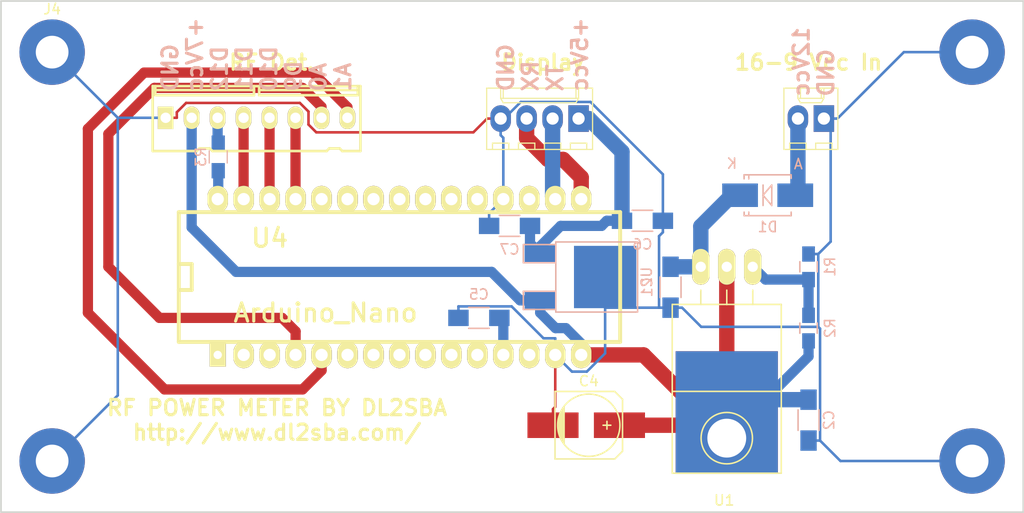
<source format=kicad_pcb>
(kicad_pcb (version 20171130) (host pcbnew "(5.1.12)-1")

  (general
    (thickness 1.6)
    (drawings 15)
    (tracks 135)
    (zones 0)
    (modules 20)
    (nets 17)
  )

  (page A4)
  (layers
    (0 F.Cu signal)
    (31 B.Cu signal)
    (32 B.Adhes user)
    (33 F.Adhes user hide)
    (34 B.Paste user)
    (35 F.Paste user)
    (36 B.SilkS user)
    (37 F.SilkS user)
    (38 B.Mask user)
    (39 F.Mask user)
    (40 Dwgs.User user)
    (41 Cmts.User user)
    (42 Eco1.User user)
    (43 Eco2.User user)
    (44 Edge.Cuts user)
    (45 Margin user)
    (46 B.CrtYd user)
    (47 F.CrtYd user)
    (48 B.Fab user)
    (49 F.Fab user)
  )

  (setup
    (last_trace_width 0.25)
    (user_trace_width 0.5)
    (user_trace_width 1)
    (user_trace_width 1.5)
    (user_trace_width 2)
    (trace_clearance 0.2)
    (zone_clearance 0.508)
    (zone_45_only no)
    (trace_min 0.2)
    (via_size 0.6)
    (via_drill 0.4)
    (via_min_size 0.4)
    (via_min_drill 0.3)
    (uvia_size 0.3)
    (uvia_drill 0.1)
    (uvias_allowed no)
    (uvia_min_size 0.2)
    (uvia_min_drill 0.1)
    (edge_width 0.15)
    (segment_width 0.2)
    (pcb_text_width 0.3)
    (pcb_text_size 1.5 1.5)
    (mod_edge_width 0.15)
    (mod_text_size 1 1)
    (mod_text_width 0.15)
    (pad_size 2 2.6)
    (pad_drill 1.2)
    (pad_to_mask_clearance 0.2)
    (aux_axis_origin 0 0)
    (visible_elements 7FFFFFFF)
    (pcbplotparams
      (layerselection 0x010ff_80000001)
      (usegerberextensions true)
      (usegerberattributes true)
      (usegerberadvancedattributes true)
      (creategerberjobfile true)
      (excludeedgelayer true)
      (linewidth 0.100000)
      (plotframeref false)
      (viasonmask false)
      (mode 1)
      (useauxorigin false)
      (hpglpennumber 1)
      (hpglpenspeed 20)
      (hpglpendiameter 15.000000)
      (psnegative false)
      (psa4output false)
      (plotreference true)
      (plotvalue false)
      (plotinvisibletext false)
      (padsonsilk false)
      (subtractmaskfromsilk false)
      (outputformat 1)
      (mirror false)
      (drillshape 0)
      (scaleselection 1)
      (outputdirectory "Gerber/"))
  )

  (net 0 "")
  (net 1 "Net-(C1-Pad1)")
  (net 2 GND)
  (net 3 "Net-(C5-Pad1)")
  (net 4 "Net-(R1-Pad1)")
  (net 5 +8V)
  (net 6 +5C)
  (net 7 +12V)
  (net 8 "Net-(P5-Pad2)")
  (net 9 "Net-(P5-Pad3)")
  (net 10 "Net-(J5-Pad7)")
  (net 11 "Net-(J5-Pad5)")
  (net 12 "Net-(J5-Pad4)")
  (net 13 "Net-(J5-Pad3)")
  (net 14 "Net-(J5-Pad8)")
  (net 15 "Net-(J5-Pad6)")
  (net 16 "Net-(R3-Pad2)")

  (net_class Default "Ceci est la Netclass par défaut"
    (clearance 0.2)
    (trace_width 0.25)
    (via_dia 0.6)
    (via_drill 0.4)
    (uvia_dia 0.3)
    (uvia_drill 0.1)
    (add_net +12V)
    (add_net +5C)
    (add_net +8V)
    (add_net GND)
    (add_net "Net-(C1-Pad1)")
    (add_net "Net-(C5-Pad1)")
    (add_net "Net-(J5-Pad3)")
    (add_net "Net-(J5-Pad4)")
    (add_net "Net-(J5-Pad5)")
    (add_net "Net-(J5-Pad6)")
    (add_net "Net-(J5-Pad7)")
    (add_net "Net-(J5-Pad8)")
    (add_net "Net-(P5-Pad2)")
    (add_net "Net-(P5-Pad3)")
    (add_net "Net-(R1-Pad1)")
    (add_net "Net-(R3-Pad2)")
  )

  (module TO_SOT_Packages_THT:TO-220_Neutral123_Horizontal_LargePads (layer F.Cu) (tedit 5909A801) (tstamp 571917CA)
    (at 162 95 180)
    (descr "TO-220, Neutral, Horizontal, Large Pads,")
    (tags "TO-220, Neutral, Horizontal, Large Pads,")
    (path /57139B68)
    (fp_text reference U1 (at 0.24892 -22.84984 180) (layer F.SilkS)
      (effects (font (size 1 1) (thickness 0.15)))
    )
    (fp_text value LM317T (at -0.20066 4.24942 180) (layer F.Fab)
      (effects (font (size 1 1) (thickness 0.15)))
    )
    (fp_circle (center 0 -16.764) (end 1.778 -14.986) (layer F.SilkS) (width 0.15))
    (fp_line (start 0 -3.683) (end 5.334 -3.683) (layer F.SilkS) (width 0.15))
    (fp_line (start 0 -3.683) (end -5.334 -3.683) (layer F.SilkS) (width 0.15))
    (fp_line (start -5.334 -12.192) (end -5.334 -3.683) (layer F.SilkS) (width 0.15))
    (fp_line (start 5.334 -12.192) (end -5.334 -12.192) (layer F.SilkS) (width 0.15))
    (fp_line (start 5.334 -3.683) (end 5.334 -12.192) (layer F.SilkS) (width 0.15))
    (fp_line (start -5.334 -20.193) (end -5.334 -12.192) (layer F.SilkS) (width 0.15))
    (fp_line (start 5.334 -20.193) (end -5.334 -20.193) (layer F.SilkS) (width 0.15))
    (fp_line (start 5.334 -12.192) (end 5.334 -20.193) (layer F.SilkS) (width 0.15))
    (fp_line (start 2.54 -3.683) (end 2.54 -2.286) (layer F.SilkS) (width 0.15))
    (fp_line (start 0 -3.683) (end 0 -2.286) (layer F.SilkS) (width 0.15))
    (fp_line (start -2.54 -3.683) (end -2.54 -2.286) (layer F.SilkS) (width 0.15))
    (pad 2 thru_hole oval (at 0 0 270) (size 3.50012 1.69926) (drill 1.00076) (layers *.Cu *.Mask F.SilkS)
      (net 5 +8V))
    (pad 1 thru_hole oval (at -2.54 0 270) (size 3.50012 1.69926) (drill 1.00076) (layers *.Cu *.Mask F.SilkS)
      (net 4 "Net-(R1-Pad1)"))
    (pad 3 thru_hole oval (at 2.54 0 270) (size 3.50012 1.69926) (drill 1.00076) (layers *.Cu *.Mask F.SilkS)
      (net 1 "Net-(C1-Pad1)"))
    (pad 2 thru_hole rect (at 0 -16.764 270) (size 12 10) (drill 3.79984 (offset -2.5 0)) (layers *.Cu *.Paste *.Mask)
      (net 5 +8V))
    (model TO_SOT_Packages_THT.3dshapes/TO-220_Neutral123_Horizontal_LargePads.wrl
      (at (xyz 0 0 0))
      (scale (xyz 0.3937 0.3937 0.3937))
      (rotate (xyz 0 0 0))
    )
  )

  (module Capacitors_SMD:C_1206_HandSoldering (layer B.Cu) (tedit 541A9C03) (tstamp 5719134A)
    (at 156.5 97 270)
    (descr "Capacitor SMD 1206, hand soldering")
    (tags "capacitor 1206")
    (path /5713E012)
    (attr smd)
    (fp_text reference C1 (at 0 2.3 270) (layer B.SilkS)
      (effects (font (size 1 1) (thickness 0.15)) (justify mirror))
    )
    (fp_text value 100n (at 0 -2.3 270) (layer B.Fab)
      (effects (font (size 1 1) (thickness 0.15)) (justify mirror))
    )
    (fp_line (start -1 -1.025) (end 1 -1.025) (layer B.SilkS) (width 0.15))
    (fp_line (start 1 1.025) (end -1 1.025) (layer B.SilkS) (width 0.15))
    (fp_line (start 3.3 1.15) (end 3.3 -1.15) (layer B.CrtYd) (width 0.05))
    (fp_line (start -3.3 1.15) (end -3.3 -1.15) (layer B.CrtYd) (width 0.05))
    (fp_line (start -3.3 -1.15) (end 3.3 -1.15) (layer B.CrtYd) (width 0.05))
    (fp_line (start -3.3 1.15) (end 3.3 1.15) (layer B.CrtYd) (width 0.05))
    (pad 1 smd rect (at -2 0 270) (size 2 1.6) (layers B.Cu B.Paste B.Mask)
      (net 1 "Net-(C1-Pad1)"))
    (pad 2 smd rect (at 2 0 270) (size 2 1.6) (layers B.Cu B.Paste B.Mask)
      (net 2 GND))
    (model Capacitors_SMD.3dshapes/C_1206_HandSoldering.wrl
      (at (xyz 0 0 0))
      (scale (xyz 1 1 1))
      (rotate (xyz 0 0 0))
    )
  )

  (module Capacitors_SMD:C_1206_HandSoldering (layer B.Cu) (tedit 596B0AAF) (tstamp 57191350)
    (at 170 110 270)
    (descr "Capacitor SMD 1206, hand soldering")
    (tags "capacitor 1206")
    (path /5713E09B)
    (attr smd)
    (fp_text reference C2 (at 0 -2 270) (layer B.SilkS)
      (effects (font (size 1 1) (thickness 0.15)) (justify mirror))
    )
    (fp_text value 100n (at 0 -2.3 270) (layer B.Fab)
      (effects (font (size 1 1) (thickness 0.15)) (justify mirror))
    )
    (fp_line (start -1 -1.025) (end 1 -1.025) (layer B.SilkS) (width 0.15))
    (fp_line (start 1 1.025) (end -1 1.025) (layer B.SilkS) (width 0.15))
    (fp_line (start 3.3 1.15) (end 3.3 -1.15) (layer B.CrtYd) (width 0.05))
    (fp_line (start -3.3 1.15) (end -3.3 -1.15) (layer B.CrtYd) (width 0.05))
    (fp_line (start -3.3 -1.15) (end 3.3 -1.15) (layer B.CrtYd) (width 0.05))
    (fp_line (start -3.3 1.15) (end 3.3 1.15) (layer B.CrtYd) (width 0.05))
    (pad 1 smd rect (at -2 0 270) (size 2 1.6) (layers B.Cu B.Paste B.Mask)
      (net 5 +8V))
    (pad 2 smd rect (at 2 0 270) (size 2 1.6) (layers B.Cu B.Paste B.Mask)
      (net 2 GND))
    (model Capacitors_SMD.3dshapes/C_1206_HandSoldering.wrl
      (at (xyz 0 0 0))
      (scale (xyz 1 1 1))
      (rotate (xyz 0 0 0))
    )
  )

  (module Capacitors_SMD:C_1206_HandSoldering (layer B.Cu) (tedit 541A9C03) (tstamp 57191362)
    (at 137.75 100 180)
    (descr "Capacitor SMD 1206, hand soldering")
    (tags "capacitor 1206")
    (path /5713E11D)
    (attr smd)
    (fp_text reference C5 (at 0 2.3 180) (layer B.SilkS)
      (effects (font (size 1 1) (thickness 0.15)) (justify mirror))
    )
    (fp_text value 100n (at 0 -2.3 180) (layer B.Fab)
      (effects (font (size 1 1) (thickness 0.15)) (justify mirror))
    )
    (fp_line (start -1 -1.025) (end 1 -1.025) (layer B.SilkS) (width 0.15))
    (fp_line (start 1 1.025) (end -1 1.025) (layer B.SilkS) (width 0.15))
    (fp_line (start 3.3 1.15) (end 3.3 -1.15) (layer B.CrtYd) (width 0.05))
    (fp_line (start -3.3 1.15) (end -3.3 -1.15) (layer B.CrtYd) (width 0.05))
    (fp_line (start -3.3 -1.15) (end 3.3 -1.15) (layer B.CrtYd) (width 0.05))
    (fp_line (start -3.3 1.15) (end 3.3 1.15) (layer B.CrtYd) (width 0.05))
    (pad 1 smd rect (at -2 0 180) (size 2 1.6) (layers B.Cu B.Paste B.Mask)
      (net 3 "Net-(C5-Pad1)"))
    (pad 2 smd rect (at 2 0 180) (size 2 1.6) (layers B.Cu B.Paste B.Mask)
      (net 2 GND))
    (model Capacitors_SMD.3dshapes/C_1206_HandSoldering.wrl
      (at (xyz 0 0 0))
      (scale (xyz 1 1 1))
      (rotate (xyz 0 0 0))
    )
  )

  (module Capacitors_SMD:C_1206_HandSoldering (layer B.Cu) (tedit 541A9C03) (tstamp 57191368)
    (at 153.75 90.5)
    (descr "Capacitor SMD 1206, hand soldering")
    (tags "capacitor 1206")
    (path /5713E0DE)
    (attr smd)
    (fp_text reference C6 (at 0 2.3) (layer B.SilkS)
      (effects (font (size 1 1) (thickness 0.15)) (justify mirror))
    )
    (fp_text value 100n (at 0 -2.3) (layer B.Fab)
      (effects (font (size 1 1) (thickness 0.15)) (justify mirror))
    )
    (fp_line (start -1 -1.025) (end 1 -1.025) (layer B.SilkS) (width 0.15))
    (fp_line (start 1 1.025) (end -1 1.025) (layer B.SilkS) (width 0.15))
    (fp_line (start 3.3 1.15) (end 3.3 -1.15) (layer B.CrtYd) (width 0.05))
    (fp_line (start -3.3 1.15) (end -3.3 -1.15) (layer B.CrtYd) (width 0.05))
    (fp_line (start -3.3 -1.15) (end 3.3 -1.15) (layer B.CrtYd) (width 0.05))
    (fp_line (start -3.3 1.15) (end 3.3 1.15) (layer B.CrtYd) (width 0.05))
    (pad 1 smd rect (at -2 0) (size 2 1.6) (layers B.Cu B.Paste B.Mask)
      (net 6 +5C))
    (pad 2 smd rect (at 2 0) (size 2 1.6) (layers B.Cu B.Paste B.Mask)
      (net 2 GND))
    (model Capacitors_SMD.3dshapes/C_1206_HandSoldering.wrl
      (at (xyz 0 0 0))
      (scale (xyz 1 1 1))
      (rotate (xyz 0 0 0))
    )
  )

  (module Capacitors_SMD:C_1206_HandSoldering (layer B.Cu) (tedit 541A9C03) (tstamp 5719136E)
    (at 140.75 91)
    (descr "Capacitor SMD 1206, hand soldering")
    (tags "capacitor 1206")
    (path /5713E3C1)
    (attr smd)
    (fp_text reference C7 (at 0 2.3) (layer B.SilkS)
      (effects (font (size 1 1) (thickness 0.15)) (justify mirror))
    )
    (fp_text value 100n (at 0 -2.3) (layer B.Fab)
      (effects (font (size 1 1) (thickness 0.15)) (justify mirror))
    )
    (fp_line (start -1 -1.025) (end 1 -1.025) (layer B.SilkS) (width 0.15))
    (fp_line (start 1 1.025) (end -1 1.025) (layer B.SilkS) (width 0.15))
    (fp_line (start 3.3 1.15) (end 3.3 -1.15) (layer B.CrtYd) (width 0.05))
    (fp_line (start -3.3 1.15) (end -3.3 -1.15) (layer B.CrtYd) (width 0.05))
    (fp_line (start -3.3 -1.15) (end 3.3 -1.15) (layer B.CrtYd) (width 0.05))
    (fp_line (start -3.3 1.15) (end 3.3 1.15) (layer B.CrtYd) (width 0.05))
    (pad 1 smd rect (at -2 0) (size 2 1.6) (layers B.Cu B.Paste B.Mask)
      (net 2 GND))
    (pad 2 smd rect (at 2 0) (size 2 1.6) (layers B.Cu B.Paste B.Mask)
      (net 6 +5C))
    (model Capacitors_SMD.3dshapes/C_1206_HandSoldering.wrl
      (at (xyz 0 0 0))
      (scale (xyz 1 1 1))
      (rotate (xyz 0 0 0))
    )
  )

  (module Capacitors_SMD:C_0805_HandSoldering (layer B.Cu) (tedit 541A9B8D) (tstamp 571913D4)
    (at 170 95 90)
    (descr "Capacitor SMD 0805, hand soldering")
    (tags "capacitor 0805")
    (path /5713C524)
    (attr smd)
    (fp_text reference R1 (at 0 2.1 90) (layer B.SilkS)
      (effects (font (size 1 1) (thickness 0.15)) (justify mirror))
    )
    (fp_text value 110 (at 0 -2.1 90) (layer B.Fab)
      (effects (font (size 1 1) (thickness 0.15)) (justify mirror))
    )
    (fp_line (start -0.5 -0.85) (end 0.5 -0.85) (layer B.SilkS) (width 0.15))
    (fp_line (start 0.5 0.85) (end -0.5 0.85) (layer B.SilkS) (width 0.15))
    (fp_line (start 2.3 1) (end 2.3 -1) (layer B.CrtYd) (width 0.05))
    (fp_line (start -2.3 1) (end -2.3 -1) (layer B.CrtYd) (width 0.05))
    (fp_line (start -2.3 -1) (end 2.3 -1) (layer B.CrtYd) (width 0.05))
    (fp_line (start -2.3 1) (end 2.3 1) (layer B.CrtYd) (width 0.05))
    (pad 1 smd rect (at -1.25 0 90) (size 1.5 1.25) (layers B.Cu B.Paste B.Mask)
      (net 4 "Net-(R1-Pad1)"))
    (pad 2 smd rect (at 1.25 0 90) (size 1.5 1.25) (layers B.Cu B.Paste B.Mask)
      (net 2 GND))
    (model Capacitors_SMD.3dshapes/C_0805_HandSoldering.wrl
      (at (xyz 0 0 0))
      (scale (xyz 1 1 1))
      (rotate (xyz 0 0 0))
    )
  )

  (module Capacitors_SMD:C_0805_HandSoldering (layer B.Cu) (tedit 541A9B8D) (tstamp 571913DA)
    (at 170 101 90)
    (descr "Capacitor SMD 0805, hand soldering")
    (tags "capacitor 0805")
    (path /5713C585)
    (attr smd)
    (fp_text reference R2 (at 0 2.1 90) (layer B.SilkS)
      (effects (font (size 1 1) (thickness 0.15)) (justify mirror))
    )
    (fp_text value 240 (at 0 -2.1 90) (layer B.Fab)
      (effects (font (size 1 1) (thickness 0.15)) (justify mirror))
    )
    (fp_line (start -0.5 -0.85) (end 0.5 -0.85) (layer B.SilkS) (width 0.15))
    (fp_line (start 0.5 0.85) (end -0.5 0.85) (layer B.SilkS) (width 0.15))
    (fp_line (start 2.3 1) (end 2.3 -1) (layer B.CrtYd) (width 0.05))
    (fp_line (start -2.3 1) (end -2.3 -1) (layer B.CrtYd) (width 0.05))
    (fp_line (start -2.3 -1) (end 2.3 -1) (layer B.CrtYd) (width 0.05))
    (fp_line (start -2.3 1) (end 2.3 1) (layer B.CrtYd) (width 0.05))
    (pad 1 smd rect (at -1.25 0 90) (size 1.5 1.25) (layers B.Cu B.Paste B.Mask)
      (net 5 +8V))
    (pad 2 smd rect (at 1.25 0 90) (size 1.5 1.25) (layers B.Cu B.Paste B.Mask)
      (net 4 "Net-(R1-Pad1)"))
    (model Capacitors_SMD.3dshapes/C_0805_HandSoldering.wrl
      (at (xyz 0 0 0))
      (scale (xyz 1 1 1))
      (rotate (xyz 0 0 0))
    )
  )

  (module TO_SOT_Packages_SMD:TO-252-2Lead (layer B.Cu) (tedit 0) (tstamp 571913F6)
    (at 143.75 96 90)
    (descr "DPAK / TO-252 2-lead smd package")
    (tags "dpak TO-252")
    (path /57139BB1)
    (attr smd)
    (fp_text reference U2 (at 0 10.414 90) (layer B.SilkS)
      (effects (font (size 1 1) (thickness 0.15)) (justify mirror))
    )
    (fp_text value MC78M05CDT (at 0 2.413 90) (layer B.Fab)
      (effects (font (size 1 1) (thickness 0.15)) (justify mirror))
    )
    (fp_line (start 3.429 9.398) (end 3.429 7.62) (layer B.SilkS) (width 0.15))
    (fp_line (start -3.429 9.525) (end 3.429 9.525) (layer B.SilkS) (width 0.15))
    (fp_line (start -3.429 1.524) (end -3.429 9.398) (layer B.SilkS) (width 0.15))
    (fp_line (start 3.429 1.524) (end -3.429 1.524) (layer B.SilkS) (width 0.15))
    (fp_line (start 3.429 7.62) (end 3.429 1.524) (layer B.SilkS) (width 0.15))
    (fp_line (start -1.397 -1.651) (end -1.397 1.524) (layer B.SilkS) (width 0.15))
    (fp_line (start -3.175 -1.651) (end -1.397 -1.651) (layer B.SilkS) (width 0.15))
    (fp_line (start -3.175 1.524) (end -3.175 -1.651) (layer B.SilkS) (width 0.15))
    (fp_line (start 3.175 -1.651) (end 3.175 1.524) (layer B.SilkS) (width 0.15))
    (fp_line (start 1.397 -1.651) (end 3.175 -1.651) (layer B.SilkS) (width 0.15))
    (fp_line (start 1.397 1.524) (end 1.397 -1.651) (layer B.SilkS) (width 0.15))
    (pad 1 smd rect (at -2.286 0 90) (size 1.651 3.048) (layers B.Cu B.Paste B.Mask)
      (net 5 +8V))
    (pad 2 smd rect (at 0 6.35 90) (size 6.096 6.096) (layers B.Cu B.Paste B.Mask)
      (net 2 GND))
    (pad 3 smd rect (at 2.286 0 90) (size 1.651 3.048) (layers B.Cu B.Paste B.Mask)
      (net 6 +5C))
    (model TO_SOT_Packages_SMD.3dshapes/TO-252-2Lead.wrl
      (at (xyz 0 0 0))
      (scale (xyz 1 1 1))
      (rotate (xyz 0 0 0))
    )
  )

  (module arduino:arduino_nano (layer F.Cu) (tedit 5909AAAE) (tstamp 5719141F)
    (at 131.25 96)
    (descr "30 pins DIL package, elliptical pads, width 600mil (arduino nano)")
    (tags "DIL arduino mini")
    (path /57138B7B)
    (fp_text reference U4 (at -13.97 -3.81) (layer F.SilkS)
      (effects (font (size 1.778 1.778) (thickness 0.3048)))
    )
    (fp_text value Arduino_Nano (at -8.5 3.5) (layer F.SilkS)
      (effects (font (size 1.778 1.778) (thickness 0.3048)))
    )
    (fp_line (start -21.59 -1.27) (end -22.86 -1.27) (layer F.SilkS) (width 0.381))
    (fp_line (start -21.59 1.27) (end -21.59 -1.27) (layer F.SilkS) (width 0.381))
    (fp_line (start -22.86 1.27) (end -21.59 1.27) (layer F.SilkS) (width 0.381))
    (fp_line (start -22.86 6.35) (end -22.86 -6.35) (layer F.SilkS) (width 0.381))
    (fp_line (start 20.32 6.35) (end -22.86 6.35) (layer F.SilkS) (width 0.381))
    (fp_line (start 20.32 -6.35) (end 20.32 6.35) (layer F.SilkS) (width 0.381))
    (fp_line (start -22.86 -6.35) (end 20.32 -6.35) (layer F.SilkS) (width 0.381))
    (pad 1 thru_hole rect (at -19.05 7.62) (size 1.5748 2.286) (drill 0.8128) (layers *.Cu *.Mask F.SilkS))
    (pad 2 thru_hole oval (at -16.51 7.62) (size 2 2.6) (drill 1.2) (layers *.Cu *.Mask F.SilkS))
    (pad 3 thru_hole oval (at -13.97 7.62) (size 2 2.6) (drill 1.2) (layers *.Cu *.Mask F.SilkS))
    (pad 4 thru_hole oval (at -11.43 7.62) (size 2 2.6) (drill 1.2) (layers *.Cu *.Mask F.SilkS)
      (net 10 "Net-(J5-Pad7)"))
    (pad 5 thru_hole oval (at -8.89 7.62) (size 2 2.6) (drill 1.2) (layers *.Cu *.Mask F.SilkS)
      (net 14 "Net-(J5-Pad8)"))
    (pad 6 thru_hole oval (at -6.35 7.62) (size 2 2.6) (drill 1.2) (layers *.Cu *.Mask F.SilkS))
    (pad 7 thru_hole oval (at -3.81 7.62) (size 2 2.6) (drill 1.2) (layers *.Cu *.Mask F.SilkS))
    (pad 8 thru_hole oval (at -1.27 7.62) (size 2 2.6) (drill 1.2) (layers *.Cu *.Mask F.SilkS))
    (pad 9 thru_hole oval (at 1.27 7.62) (size 2 2.6) (drill 1.2) (layers *.Cu *.Mask F.SilkS))
    (pad 10 thru_hole oval (at 3.81 7.62) (size 2 2.6) (drill 1.2) (layers *.Cu *.Mask F.SilkS))
    (pad 11 thru_hole oval (at 6.35 7.62) (size 2 2.6) (drill 1.2) (layers *.Cu *.Mask F.SilkS))
    (pad 12 thru_hole oval (at 8.89 7.62) (size 2 2.6) (drill 1.2) (layers *.Cu *.Mask F.SilkS)
      (net 3 "Net-(C5-Pad1)"))
    (pad 13 thru_hole oval (at 11.43 7.62) (size 2 2.6) (drill 1.2) (layers *.Cu *.Mask F.SilkS))
    (pad 14 thru_hole oval (at 13.97 7.62) (size 2 2.6) (drill 1.2) (layers *.Cu *.Mask F.SilkS)
      (net 2 GND))
    (pad 15 thru_hole oval (at 16.51 7.62) (size 2 2.6) (drill 1.2) (layers *.Cu *.Mask F.SilkS)
      (net 5 +8V))
    (pad 16 thru_hole oval (at 16.51 -7.62) (size 2 2.6) (drill 1.2) (layers *.Cu *.Mask F.SilkS)
      (net 9 "Net-(P5-Pad3)"))
    (pad 17 thru_hole oval (at 13.97 -7.62) (size 2 2.6) (drill 1.2) (layers *.Cu *.Mask F.SilkS)
      (net 8 "Net-(P5-Pad2)"))
    (pad 18 thru_hole oval (at 11.43 -7.62) (size 2 2.6) (drill 1.2) (layers *.Cu *.Mask F.SilkS))
    (pad 19 thru_hole oval (at 8.89 -7.62) (size 2 2.6) (drill 1.2) (layers *.Cu *.Mask F.SilkS)
      (net 2 GND))
    (pad 20 thru_hole oval (at 6.35 -7.62) (size 2 2.6) (drill 1.2) (layers *.Cu *.Mask F.SilkS))
    (pad 21 thru_hole oval (at 3.81 -7.62) (size 2 2.6) (drill 1.2) (layers *.Cu *.Mask F.SilkS))
    (pad 22 thru_hole oval (at 1.27 -7.62) (size 2 2.6) (drill 1.2) (layers *.Cu *.Mask F.SilkS))
    (pad 23 thru_hole oval (at -1.27 -7.62) (size 2 2.6) (drill 1.2) (layers *.Cu *.Mask F.SilkS))
    (pad 24 thru_hole oval (at -3.81 -7.62) (size 2 2.6) (drill 1.2) (layers *.Cu *.Mask F.SilkS))
    (pad 25 thru_hole oval (at -6.35 -7.62) (size 2 2.6) (drill 1.2) (layers *.Cu *.Mask F.SilkS))
    (pad 26 thru_hole oval (at -8.89 -7.62) (size 2 2.6) (drill 1.2) (layers *.Cu *.Mask F.SilkS))
    (pad 27 thru_hole oval (at -11.43 -7.62) (size 2 2.6) (drill 1.2) (layers *.Cu *.Mask F.SilkS)
      (net 15 "Net-(J5-Pad6)"))
    (pad 28 thru_hole oval (at -13.97 -7.62) (size 2 2.6) (drill 1.2) (layers *.Cu *.Mask F.SilkS)
      (net 11 "Net-(J5-Pad5)"))
    (pad 29 thru_hole oval (at -16.51 -7.62) (size 2 2.6) (drill 1.2) (layers *.Cu *.Mask F.SilkS)
      (net 12 "Net-(J5-Pad4)"))
    (pad 30 thru_hole oval (at -19.05 -7.62) (size 2 2.6) (drill 1.2) (layers *.Cu *.Mask F.SilkS)
      (net 16 "Net-(R3-Pad2)"))
    (model ../../../../../../Users/Marco/Documents/Kicad/Projets/dl2sba/arduino/arduino_nano.wrl
      (offset (xyz -25.39999961853027 -10.15999984741211 -5.079999923706055))
      (scale (xyz 0.4 0.4 0.4))
      (rotate (xyz 0 0 0))
    )
  )

  (module Diodes_SMD:SMB_Handsoldering (layer B.Cu) (tedit 552FF2F0) (tstamp 571BD17E)
    (at 166 88)
    (descr "Diode SMB Handsoldering")
    (tags "Diode SMB Handsoldering")
    (path /5713C927)
    (attr smd)
    (fp_text reference D1 (at 0 3.1) (layer B.SilkS)
      (effects (font (size 1 1) (thickness 0.15)) (justify mirror))
    )
    (fp_text value D_Schottky (at 0.1 -4.75) (layer B.Fab)
      (effects (font (size 1 1) (thickness 0.15)) (justify mirror))
    )
    (fp_line (start 2.30124 1.99898) (end 2.30124 1.80086) (layer B.SilkS) (width 0.15))
    (fp_line (start -2.30124 1.99898) (end 2.30124 1.99898) (layer B.SilkS) (width 0.15))
    (fp_line (start -2.30124 1.99898) (end -2.30124 1.80086) (layer B.SilkS) (width 0.15))
    (fp_line (start -2.30632 -1.99644) (end -2.30632 -1.79832) (layer B.SilkS) (width 0.15))
    (fp_line (start -2.30632 -1.99644) (end 2.29616 -1.99644) (layer B.SilkS) (width 0.15))
    (fp_line (start 2.29616 -1.99644) (end 2.29616 -1.79832) (layer B.SilkS) (width 0.15))
    (fp_line (start -1.84928 1.99898) (end -1.84928 1.80086) (layer B.SilkS) (width 0.15))
    (fp_line (start -1.84928 -1.94898) (end -1.84928 -1.75086) (layer B.SilkS) (width 0.15))
    (fp_line (start 2.30124 1.8) (end 2.30124 1.651) (layer B.SilkS) (width 0.15))
    (fp_line (start -1.84928 1.8) (end -1.84928 1.651) (layer B.SilkS) (width 0.15))
    (fp_line (start -2.30124 1.8) (end -2.30124 1.651) (layer B.SilkS) (width 0.15))
    (fp_line (start 2.30124 -1.8) (end 2.30124 -1.651) (layer B.SilkS) (width 0.15))
    (fp_line (start -1.84928 -1.8) (end -1.84928 -1.601) (layer B.SilkS) (width 0.15))
    (fp_line (start -2.30632 -1.8) (end -2.30632 -1.6002) (layer B.SilkS) (width 0.15))
    (fp_line (start -0.44958 0) (end -0.44958 1.00076) (layer B.SilkS) (width 0.15))
    (fp_line (start -0.44958 0) (end -0.44958 -1.00076) (layer B.SilkS) (width 0.15))
    (fp_line (start 0.39878 -1.00076) (end -0.44958 0) (layer B.SilkS) (width 0.15))
    (fp_line (start 0.39878 1.00076) (end 0.39878 -1.00076) (layer B.SilkS) (width 0.15))
    (fp_line (start -0.44958 0) (end 0.39878 1.00076) (layer B.SilkS) (width 0.15))
    (fp_line (start -4.7 -2.25) (end -4.7 2.25) (layer B.CrtYd) (width 0.05))
    (fp_line (start 4.7 -2.25) (end -4.7 -2.25) (layer B.CrtYd) (width 0.05))
    (fp_line (start 4.7 2.25) (end 4.7 -2.25) (layer B.CrtYd) (width 0.05))
    (fp_line (start -4.7 2.25) (end 4.7 2.25) (layer B.CrtYd) (width 0.05))
    (fp_text user K (at -3.5 -3.1) (layer B.SilkS)
      (effects (font (size 1 1) (thickness 0.15)) (justify mirror))
    )
    (fp_text user A (at 3 -3.05) (layer B.SilkS)
      (effects (font (size 1 1) (thickness 0.15)) (justify mirror))
    )
    (pad 1 smd rect (at -2.70002 0) (size 3.50012 2.30124) (layers B.Cu B.Paste B.Mask)
      (net 1 "Net-(C1-Pad1)"))
    (pad 2 smd rect (at 2.70002 0) (size 3.50012 2.30124) (layers B.Cu B.Paste B.Mask)
      (net 7 +12V))
    (model Diodes_SMD.3dshapes/SMB_Handsoldering.wrl
      (at (xyz 0 0 0))
      (scale (xyz 0.3937 0.3937 0.3937))
      (rotate (xyz 0 0 180))
    )
  )

  (module Capacitors_SMD:c_elec_6.3x7.7 (layer F.Cu) (tedit 5908B3E5) (tstamp 571BD1E1)
    (at 148.5 110.5)
    (descr "SMT capacitor, aluminium electrolytic, 6.3x7.7")
    (path /5713E47F)
    (attr smd)
    (fp_text reference C4 (at 0 -4.318) (layer F.SilkS)
      (effects (font (size 1 1) (thickness 0.15)))
    )
    (fp_text value 1500uF (at 0 4.318) (layer F.Fab)
      (effects (font (size 1 1) (thickness 0.15)))
    )
    (fp_circle (center 0 0) (end -3.048 0) (layer F.SilkS) (width 0.15))
    (fp_line (start 1.778 -0.381) (end 1.778 0.381) (layer F.SilkS) (width 0.15))
    (fp_line (start 2.159 0) (end 1.397 0) (layer F.SilkS) (width 0.15))
    (fp_line (start 2.54 -3.302) (end -3.302 -3.302) (layer F.SilkS) (width 0.15))
    (fp_line (start 3.302 -2.54) (end 2.54 -3.302) (layer F.SilkS) (width 0.15))
    (fp_line (start 3.302 2.54) (end 3.302 -2.54) (layer F.SilkS) (width 0.15))
    (fp_line (start 2.54 3.302) (end 3.302 2.54) (layer F.SilkS) (width 0.15))
    (fp_line (start -3.302 3.302) (end 2.54 3.302) (layer F.SilkS) (width 0.15))
    (fp_line (start -3.302 -3.302) (end -3.302 3.302) (layer F.SilkS) (width 0.15))
    (fp_line (start -2.413 -1.778) (end -2.413 1.778) (layer F.SilkS) (width 0.15))
    (fp_line (start -2.54 1.651) (end -2.54 -1.651) (layer F.SilkS) (width 0.15))
    (fp_line (start -2.667 -1.397) (end -2.667 1.397) (layer F.SilkS) (width 0.15))
    (fp_line (start -2.794 1.143) (end -2.794 -1.143) (layer F.SilkS) (width 0.15))
    (fp_line (start -2.921 -0.762) (end -2.921 0.762) (layer F.SilkS) (width 0.15))
    (fp_line (start -4.85 3.55) (end -4.85 -3.55) (layer F.CrtYd) (width 0.05))
    (fp_line (start 4.85 3.55) (end -4.85 3.55) (layer F.CrtYd) (width 0.05))
    (fp_line (start 4.85 -3.55) (end 4.85 3.55) (layer F.CrtYd) (width 0.05))
    (fp_line (start -4.85 -3.55) (end 4.85 -3.55) (layer F.CrtYd) (width 0.05))
    (pad 1 smd rect (at 3 0) (size 5 2.5) (layers F.Cu F.Paste F.Mask)
      (net 5 +8V))
    (pad 2 smd rect (at -3.5 0) (size 5 2.5) (layers F.Cu F.Paste F.Mask)
      (net 2 GND))
    (model Capacitors_SMD.3dshapes/c_elec_6.3x7.7.wrl
      (at (xyz 0 0 0))
      (scale (xyz 1 1 1))
      (rotate (xyz 0 0 0))
    )
  )

  (module Connectors_Molex:Molex_KK-6410-02_02x2.54mm_Straight (layer F.Cu) (tedit 596B3EF0) (tstamp 59096242)
    (at 171.5 80.5 180)
    (descr "Connector Headers with Friction Lock, 22-27-2021, http://www.molex.com/pdm_docs/sd/022272021_sd.pdf")
    (tags "connector molex kk_6410 22-27-2021")
    (path /5713C7D4)
    (fp_text reference P1 (at 1 -4.5 180) (layer F.SilkS) hide
      (effects (font (size 1 1) (thickness 0.15)))
    )
    (fp_text value "16/9V  in" (at 1.27 4.5 180) (layer F.Fab) hide
      (effects (font (size 1 1) (thickness 0.15)))
    )
    (fp_line (start 4.45 3.5) (end -1.9 3.5) (layer F.CrtYd) (width 0.05))
    (fp_line (start 4.45 -3.55) (end 4.45 3.5) (layer F.CrtYd) (width 0.05))
    (fp_line (start -1.9 -3.55) (end 4.45 -3.55) (layer F.CrtYd) (width 0.05))
    (fp_line (start -1.9 3.5) (end -1.9 -3.55) (layer F.CrtYd) (width 0.05))
    (fp_line (start 3.34 -2.4) (end 3.34 -3.02) (layer F.SilkS) (width 0.12))
    (fp_line (start 1.74 -2.4) (end 3.34 -2.4) (layer F.SilkS) (width 0.12))
    (fp_line (start 1.74 -3.02) (end 1.74 -2.4) (layer F.SilkS) (width 0.12))
    (fp_line (start 0.8 -2.4) (end 0.8 -3.02) (layer F.SilkS) (width 0.12))
    (fp_line (start -0.8 -2.4) (end 0.8 -2.4) (layer F.SilkS) (width 0.12))
    (fp_line (start -0.8 -3.02) (end -0.8 -2.4) (layer F.SilkS) (width 0.12))
    (fp_line (start 2.29 2.98) (end 2.29 1.98) (layer F.SilkS) (width 0.12))
    (fp_line (start 0.25 2.98) (end 0.25 1.98) (layer F.SilkS) (width 0.12))
    (fp_line (start 2.29 1.55) (end 2.54 1.98) (layer F.SilkS) (width 0.12))
    (fp_line (start 0.25 1.55) (end 2.29 1.55) (layer F.SilkS) (width 0.12))
    (fp_line (start 0 1.98) (end 0.25 1.55) (layer F.SilkS) (width 0.12))
    (fp_line (start 2.54 1.98) (end 2.54 2.98) (layer F.SilkS) (width 0.12))
    (fp_line (start 0 1.98) (end 2.54 1.98) (layer F.SilkS) (width 0.12))
    (fp_line (start 0 2.98) (end 0 1.98) (layer F.SilkS) (width 0.12))
    (fp_line (start 3.91 -3.02) (end -1.37 -3.02) (layer F.SilkS) (width 0.12))
    (fp_line (start 3.91 2.98) (end 3.91 -3.02) (layer F.SilkS) (width 0.12))
    (fp_line (start -1.37 2.98) (end 3.91 2.98) (layer F.SilkS) (width 0.12))
    (fp_line (start -1.37 -3.02) (end -1.37 2.98) (layer F.SilkS) (width 0.12))
    (pad 1 thru_hole rect (at 0 0 180) (size 2 2.6) (drill 1.2) (layers *.Cu *.Mask)
      (net 2 GND))
    (pad 2 thru_hole oval (at 2.54 0 180) (size 2 2.6) (drill 1.2) (layers *.Cu *.Mask)
      (net 7 +12V))
    (model ../../../../../../Users/Marco/Documents/Kicad/Projets/dl2sba/mod/22-23-2021.wrl
      (offset (xyz 1.269999980926514 0 0))
      (scale (xyz 1 1 1))
      (rotate (xyz 0 0 0))
    )
  )

  (module Connectors_Molex:Molex_KK-6410-04_04x2.54mm_Straight (layer F.Cu) (tedit 596B3EC1) (tstamp 59096262)
    (at 147.5 80.5 180)
    (descr "Connector Headers with Friction Lock, 22-27-2041, http://www.molex.com/pdm_docs/sd/022272021_sd.pdf")
    (tags "connector molex kk_6410 22-27-2041")
    (path /57139983)
    (fp_text reference P5 (at 4 4 180) (layer F.SilkS) hide
      (effects (font (size 1.5 1.5) (thickness 0.15)))
    )
    (fp_text value Display (at -5 5.5 180) (layer F.Fab)
      (effects (font (size 1 1) (thickness 0.15)))
    )
    (fp_line (start 9.5 3.5) (end -1.9 3.5) (layer F.CrtYd) (width 0.05))
    (fp_line (start 9.5 -3.55) (end 9.5 3.5) (layer F.CrtYd) (width 0.05))
    (fp_line (start -1.9 -3.55) (end 9.5 -3.55) (layer F.CrtYd) (width 0.05))
    (fp_line (start -1.9 3.5) (end -1.9 -3.55) (layer F.CrtYd) (width 0.05))
    (fp_line (start 8.42 -2.4) (end 8.42 -3.02) (layer F.SilkS) (width 0.12))
    (fp_line (start 6.82 -2.4) (end 8.42 -2.4) (layer F.SilkS) (width 0.12))
    (fp_line (start 6.82 -3.02) (end 6.82 -2.4) (layer F.SilkS) (width 0.12))
    (fp_line (start 5.88 -2.4) (end 5.88 -3.02) (layer F.SilkS) (width 0.12))
    (fp_line (start 4.28 -2.4) (end 5.88 -2.4) (layer F.SilkS) (width 0.12))
    (fp_line (start 4.28 -3.02) (end 4.28 -2.4) (layer F.SilkS) (width 0.12))
    (fp_line (start 3.34 -2.4) (end 3.34 -3.02) (layer F.SilkS) (width 0.12))
    (fp_line (start 1.74 -2.4) (end 3.34 -2.4) (layer F.SilkS) (width 0.12))
    (fp_line (start 1.74 -3.02) (end 1.74 -2.4) (layer F.SilkS) (width 0.12))
    (fp_line (start 0.8 -2.4) (end 0.8 -3.02) (layer F.SilkS) (width 0.12))
    (fp_line (start -0.8 -2.4) (end 0.8 -2.4) (layer F.SilkS) (width 0.12))
    (fp_line (start -0.8 -3.02) (end -0.8 -2.4) (layer F.SilkS) (width 0.12))
    (fp_line (start 7.37 2.98) (end 7.37 1.98) (layer F.SilkS) (width 0.12))
    (fp_line (start 0.25 2.98) (end 0.25 1.98) (layer F.SilkS) (width 0.12))
    (fp_line (start 7.37 1.55) (end 7.62 1.98) (layer F.SilkS) (width 0.12))
    (fp_line (start 0.25 1.55) (end 7.37 1.55) (layer F.SilkS) (width 0.12))
    (fp_line (start 0 1.98) (end 0.25 1.55) (layer F.SilkS) (width 0.12))
    (fp_line (start 7.62 1.98) (end 7.62 2.98) (layer F.SilkS) (width 0.12))
    (fp_line (start 0 1.98) (end 7.62 1.98) (layer F.SilkS) (width 0.12))
    (fp_line (start 0 2.98) (end 0 1.98) (layer F.SilkS) (width 0.12))
    (fp_line (start 8.99 -3.02) (end -1.37 -3.02) (layer F.SilkS) (width 0.12))
    (fp_line (start 8.99 2.98) (end 8.99 -3.02) (layer F.SilkS) (width 0.12))
    (fp_line (start -1.37 2.98) (end 8.99 2.98) (layer F.SilkS) (width 0.12))
    (fp_line (start -1.37 -3.02) (end -1.37 2.98) (layer F.SilkS) (width 0.12))
    (pad 1 thru_hole rect (at 0 0 180) (size 2 2.6) (drill 1.2) (layers *.Cu *.Mask)
      (net 6 +5C))
    (pad 2 thru_hole oval (at 2.54 0 180) (size 2 2.6) (drill 1.2) (layers *.Cu *.Mask)
      (net 8 "Net-(P5-Pad2)"))
    (pad 3 thru_hole oval (at 5.08 0 180) (size 2 2.6) (drill 1.2) (layers *.Cu *.Mask)
      (net 9 "Net-(P5-Pad3)"))
    (pad 4 thru_hole oval (at 7.62 0 180) (size 2 2.6) (drill 1.2) (layers *.Cu *.Mask)
      (net 2 GND))
    (model ../../../../../../Users/Marco/Documents/Kicad/Projets/dl2sba/mod/22-23-2041.wrl
      (offset (xyz 3.809999942779541 0 0))
      (scale (xyz 1 1 1))
      (rotate (xyz 0 0 0))
    )
  )

  (module Mounting_Holes:MountingHole_3.2mm_M3_Pad (layer F.Cu) (tedit 596B3EB3) (tstamp 5959E68A)
    (at 96 114)
    (descr "Mounting Hole 3.2mm, M3")
    (tags "mounting hole 3.2mm m3")
    (path /5959EF38)
    (fp_text reference J1 (at 0 -4.2) (layer F.SilkS) hide
      (effects (font (size 1 1) (thickness 0.15)))
    )
    (fp_text value TEST_1P (at 0 4.2) (layer F.Fab) hide
      (effects (font (size 1 1) (thickness 0.15)))
    )
    (fp_circle (center 0 0) (end 3.45 0) (layer F.CrtYd) (width 0.05))
    (fp_circle (center 0 0) (end 3.2 0) (layer Cmts.User) (width 0.15))
    (pad 1 thru_hole circle (at 0 0) (size 6.4 6.4) (drill 3.2) (layers *.Cu *.Mask)
      (net 2 GND))
  )

  (module Mounting_Holes:MountingHole_3.2mm_M3_Pad (layer F.Cu) (tedit 596B3E97) (tstamp 5959E68F)
    (at 186 74)
    (descr "Mounting Hole 3.2mm, M3")
    (tags "mounting hole 3.2mm m3")
    (path /5959EF93)
    (fp_text reference J2 (at 0 -4.2) (layer F.SilkS) hide
      (effects (font (size 1 1) (thickness 0.15)))
    )
    (fp_text value TEST_1P (at 0 4.2) (layer F.Fab) hide
      (effects (font (size 1 1) (thickness 0.15)))
    )
    (fp_circle (center 0 0) (end 3.45 0) (layer F.CrtYd) (width 0.05))
    (fp_circle (center 0 0) (end 3.2 0) (layer Cmts.User) (width 0.15))
    (pad 1 thru_hole circle (at 0 0) (size 6.4 6.4) (drill 3.2) (layers *.Cu *.Mask)
      (net 2 GND))
  )

  (module Mounting_Holes:MountingHole_3.2mm_M3_Pad (layer F.Cu) (tedit 596B3EA5) (tstamp 596B05E9)
    (at 186 114)
    (descr "Mounting Hole 3.2mm, M3")
    (tags "mounting hole 3.2mm m3")
    (path /596B2053)
    (fp_text reference J3 (at 0 -4.2) (layer F.SilkS) hide
      (effects (font (size 1 1) (thickness 0.15)))
    )
    (fp_text value TEST_1P (at 0 4.2) (layer F.Fab) hide
      (effects (font (size 1 1) (thickness 0.15)))
    )
    (fp_circle (center 0 0) (end 3.45 0) (layer F.CrtYd) (width 0.05))
    (fp_circle (center 0 0) (end 3.2 0) (layer Cmts.User) (width 0.15))
    (pad 1 thru_hole circle (at 0 0) (size 6.4 6.4) (drill 3.2) (layers *.Cu *.Mask)
      (net 2 GND))
  )

  (module Mounting_Holes:MountingHole_3.2mm_M3_Pad (layer F.Cu) (tedit 596B3E18) (tstamp 596B05EE)
    (at 96 74)
    (descr "Mounting Hole 3.2mm, M3")
    (tags "mounting hole 3.2mm m3")
    (path /596B2059)
    (fp_text reference J4 (at 0 -4.2) (layer F.SilkS)
      (effects (font (size 1 1) (thickness 0.15)))
    )
    (fp_text value TEST_1P (at 0 4.2) (layer F.Fab)
      (effects (font (size 1 1) (thickness 0.15)))
    )
    (fp_circle (center 0 0) (end 3.45 0) (layer F.CrtYd) (width 0.05))
    (fp_circle (center 0 0) (end 3.2 0) (layer Cmts.User) (width 0.15))
    (pad 1 thru_hole circle (at 0 0) (size 6.4 6.4) (drill 3.2) (layers *.Cu *.Mask)
      (net 2 GND))
  )

  (module conn_kk100:kk100_22-23-2081 (layer F.Cu) (tedit 596B3EFA) (tstamp 596B05FA)
    (at 116 80.5)
    (descr "8 pin vert. connector, Molex KK100 series")
    (path /596B23E2)
    (fp_text reference J5 (at 8 -6.5) (layer F.SilkS) hide
      (effects (font (size 1.524 1.524) (thickness 0.3048)))
    )
    (fp_text value CONN_01X08 (at 0 4.56946) (layer F.SilkS) hide
      (effects (font (size 1.524 1.524) (thickness 0.3048)))
    )
    (fp_line (start -10.16 3.175) (end -10.16 -3.175) (layer F.SilkS) (width 0.254))
    (fp_line (start 10.16 -3.175) (end 10.16 3.175) (layer F.SilkS) (width 0.254))
    (fp_line (start -5.588 2.921) (end -4.572 2.921) (layer F.SilkS) (width 0.254))
    (fp_line (start -5.588 2.921) (end -5.842 3.175) (layer F.SilkS) (width 0.254))
    (fp_line (start -4.572 2.921) (end -4.318 3.175) (layer F.SilkS) (width 0.254))
    (fp_line (start 8.382 3.175) (end 10.16 3.175) (layer F.SilkS) (width 0.254))
    (fp_line (start 8.128 2.921) (end 8.382 3.175) (layer F.SilkS) (width 0.254))
    (fp_line (start 7.112 2.921) (end 6.858 3.175) (layer F.SilkS) (width 0.254))
    (fp_line (start 7.112 2.921) (end 8.128 2.921) (layer F.SilkS) (width 0.254))
    (fp_line (start -5.842 3.175) (end -10.16 3.175) (layer F.SilkS) (width 0.254))
    (fp_line (start -0.254 -2.286) (end -0.254 -3.175) (layer F.SilkS) (width 0.254))
    (fp_line (start 0.254 -2.286) (end 0.254 -3.175) (layer F.SilkS) (width 0.254))
    (fp_line (start 9.906 -2.286) (end 9.906 -3.175) (layer F.SilkS) (width 0.254))
    (fp_line (start -9.906 -2.286) (end -9.906 -3.175) (layer F.SilkS) (width 0.254))
    (fp_line (start -0.254 -2.286) (end -9.906 -2.286) (layer F.SilkS) (width 0.254))
    (fp_line (start -0.254 -2.794) (end -9.906 -2.794) (layer F.SilkS) (width 0.254))
    (fp_line (start 10.16 -3.175) (end -10.16 -3.175) (layer F.SilkS) (width 0.254))
    (fp_line (start -4.318 3.175) (end 6.858 3.175) (layer F.SilkS) (width 0.254))
    (fp_line (start 0.254 -2.286) (end 9.906 -2.286) (layer F.SilkS) (width 0.254))
    (fp_line (start 0.254 -2.794) (end 9.906 -2.794) (layer F.SilkS) (width 0.254))
    (pad 7 thru_hole oval (at 6.35 -0.0762) (size 1.524 2.1971) (drill 1.016) (layers *.Cu *.Mask F.SilkS)
      (net 10 "Net-(J5-Pad7)"))
    (pad 5 thru_hole oval (at 1.27 -0.0762) (size 1.524 2.1971) (drill 1.016) (layers *.Cu *.Mask F.SilkS)
      (net 11 "Net-(J5-Pad5)"))
    (pad 4 thru_hole oval (at -1.27 -0.0762) (size 1.524 2.1971) (drill 1.016) (layers *.Cu *.Mask F.SilkS)
      (net 12 "Net-(J5-Pad4)"))
    (pad 3 thru_hole oval (at -3.81 -0.0762) (size 1.524 2.1971) (drill 1.016) (layers *.Cu *.Mask F.SilkS)
      (net 13 "Net-(J5-Pad3)"))
    (pad 8 thru_hole oval (at 8.89 -0.0762) (size 1.524 2.1971) (drill 1.016) (layers *.Cu *.Mask F.SilkS)
      (net 14 "Net-(J5-Pad8)"))
    (pad 6 thru_hole oval (at 3.81 -0.0762) (size 1.524 2.1971) (drill 1.016) (layers *.Cu *.Mask F.SilkS)
      (net 15 "Net-(J5-Pad6)"))
    (pad 1 thru_hole rect (at -8.89 -0.0762) (size 1.524 2.1971) (drill 1.016) (layers *.Cu *.Mask F.SilkS)
      (net 2 GND))
    (pad 2 thru_hole oval (at -6.35 -0.0762) (size 1.524 2.1971) (drill 1.016) (layers *.Cu *.Mask F.SilkS)
      (net 5 +8V))
    (model ../../../../../../Users/Marco/Documents/Kicad/Projets/dl2sba/mod/22-23-2081.wrl
      (at (xyz 0 0 0))
      (scale (xyz 1 1 1))
      (rotate (xyz 0 0 180))
    )
  )

  (module Resistors_SMD:R_0805_HandSoldering (layer B.Cu) (tedit 58E0A804) (tstamp 596B0600)
    (at 112.25 84.25 270)
    (descr "Resistor SMD 0805, hand soldering")
    (tags "resistor 0805")
    (path /596B6513)
    (attr smd)
    (fp_text reference R3 (at 0 1.7 270) (layer B.SilkS)
      (effects (font (size 1 1) (thickness 0.15)) (justify mirror))
    )
    (fp_text value 100R (at 0 -1.75 270) (layer B.Fab)
      (effects (font (size 1 1) (thickness 0.15)) (justify mirror))
    )
    (fp_line (start 2.35 -0.9) (end -2.35 -0.9) (layer B.CrtYd) (width 0.05))
    (fp_line (start 2.35 -0.9) (end 2.35 0.9) (layer B.CrtYd) (width 0.05))
    (fp_line (start -2.35 0.9) (end -2.35 -0.9) (layer B.CrtYd) (width 0.05))
    (fp_line (start -2.35 0.9) (end 2.35 0.9) (layer B.CrtYd) (width 0.05))
    (fp_line (start -0.6 0.88) (end 0.6 0.88) (layer B.SilkS) (width 0.12))
    (fp_line (start 0.6 -0.88) (end -0.6 -0.88) (layer B.SilkS) (width 0.12))
    (fp_line (start -1 0.62) (end 1 0.62) (layer B.Fab) (width 0.1))
    (fp_line (start 1 0.62) (end 1 -0.62) (layer B.Fab) (width 0.1))
    (fp_line (start 1 -0.62) (end -1 -0.62) (layer B.Fab) (width 0.1))
    (fp_line (start -1 -0.62) (end -1 0.62) (layer B.Fab) (width 0.1))
    (fp_text user %R (at 0 0 270) (layer B.Fab)
      (effects (font (size 0.5 0.5) (thickness 0.075)) (justify mirror))
    )
    (pad 1 smd rect (at -1.35 0 270) (size 1.5 1.3) (layers B.Cu B.Paste B.Mask)
      (net 13 "Net-(J5-Pad3)"))
    (pad 2 smd rect (at 1.35 0 270) (size 1.5 1.3) (layers B.Cu B.Paste B.Mask)
      (net 16 "Net-(R3-Pad2)"))
    (model ${KISYS3DMOD}/Resistors_SMD.3dshapes/R_0805.wrl
      (at (xyz 0 0 0))
      (scale (xyz 1 1 1))
      (rotate (xyz 0 0 0))
    )
  )

  (gr_text "RF POWER METER BY DL2SBA\nhttp://www.dl2sba.com/" (at 118 110) (layer F.SilkS)
    (effects (font (size 1.5 1.5) (thickness 0.3)))
  )
  (gr_text "12Vcc\nGND" (at 170.5 78.5 90) (layer B.SilkS)
    (effects (font (size 1.5 1.5) (thickness 0.3)) (justify right mirror))
  )
  (gr_text "Display\n" (at 144 75) (layer F.SilkS)
    (effects (font (size 1.5 1.5) (thickness 0.3)))
  )
  (gr_text "GND\nRX\nTX\n+5Vcc\n" (at 144 78 90) (layer B.SilkS)
    (effects (font (size 1.5 1.5) (thickness 0.3)) (justify right mirror))
  )
  (gr_text "GND\n+7Vcc\nD12\nD11\nD10\nD9\nA0\nA1\n" (at 116 78 90) (layer B.SilkS)
    (effects (font (size 1.5 1.5) (thickness 0.3)) (justify right mirror))
  )
  (gr_text "16-9 Vcc In\n" (at 170 75) (layer F.SilkS)
    (effects (font (size 1.5 1.5) (thickness 0.3)))
  )
  (gr_text "RF Det." (at 117.5 75) (layer F.SilkS)
    (effects (font (size 1.5 1.5) (thickness 0.3)))
  )
  (gr_line (start 91 119) (end 91 69) (angle 90) (layer F.Fab) (width 0.2))
  (gr_line (start 191 119) (end 91 119) (angle 90) (layer F.Fab) (width 0.2))
  (gr_line (start 191 69) (end 191 119) (angle 90) (layer F.Fab) (width 0.2))
  (gr_line (start 91 69) (end 191 69) (angle 90) (layer F.Fab) (width 0.2))
  (gr_line (start 91 119) (end 91 69) (angle 90) (layer Edge.Cuts) (width 0.15))
  (gr_line (start 191 119) (end 91 119) (angle 90) (layer Edge.Cuts) (width 0.15))
  (gr_line (start 191 69) (end 191 119) (angle 90) (layer Edge.Cuts) (width 0.15))
  (gr_line (start 91 69) (end 191 69) (angle 90) (layer Edge.Cuts) (width 0.15))

  (segment (start 156.5 95) (end 159.46 95) (width 1.5) (layer B.Cu) (net 1))
  (segment (start 163.3 88) (end 162.5 88) (width 1.5) (layer B.Cu) (net 1))
  (segment (start 162.5 88) (end 159.46 91.04) (width 1.5) (layer B.Cu) (net 1))
  (segment (start 159.46 91.04) (end 159.46 95) (width 1.5) (layer B.Cu) (net 1))
  (segment (start 170.9501 100.875) (end 171.1251 101.05) (width 0.25) (layer B.Cu) (net 2))
  (segment (start 171.1251 101.05) (end 171.1251 112) (width 0.25) (layer B.Cu) (net 2))
  (segment (start 170.9501 93.75) (end 170.9501 100.875) (width 0.25) (layer B.Cu) (net 2))
  (segment (start 170.9501 100.875) (end 159.5001 100.875) (width 0.25) (layer B.Cu) (net 2))
  (segment (start 159.5001 100.875) (end 157.6251 99) (width 0.25) (layer B.Cu) (net 2))
  (segment (start 156.5 99) (end 157.6251 99) (width 0.25) (layer B.Cu) (net 2))
  (segment (start 145.22 103.62) (end 145.22 101.9949) (width 0.25) (layer B.Cu) (net 2))
  (segment (start 135.75 100) (end 135.75 98.8749) (width 0.25) (layer B.Cu) (net 2))
  (segment (start 135.75 98.8749) (end 140.953 98.8749) (width 0.25) (layer B.Cu) (net 2))
  (segment (start 140.953 98.8749) (end 144.073 101.9949) (width 0.25) (layer B.Cu) (net 2))
  (segment (start 144.073 101.9949) (end 145.22 101.9949) (width 0.25) (layer B.Cu) (net 2))
  (segment (start 155.75 90.5) (end 155.75 91.6251) (width 0.25) (layer B.Cu) (net 2))
  (segment (start 155.75 91.6251) (end 155.3749 92.0002) (width 0.25) (layer B.Cu) (net 2))
  (segment (start 155.3749 92.0002) (end 155.3749 99) (width 0.25) (layer B.Cu) (net 2))
  (segment (start 139.88 80.8422) (end 141.8474 78.8748) (width 0.25) (layer B.Cu) (net 2))
  (segment (start 141.8474 78.8748) (end 148.6713 78.8748) (width 0.25) (layer B.Cu) (net 2))
  (segment (start 148.6713 78.8748) (end 155.75 85.9535) (width 0.25) (layer B.Cu) (net 2))
  (segment (start 155.75 85.9535) (end 155.75 90.5) (width 0.25) (layer B.Cu) (net 2))
  (segment (start 139.88 80.8422) (end 139.88 82.1251) (width 0.25) (layer B.Cu) (net 2))
  (segment (start 139.88 80.5) (end 139.88 80.8422) (width 0.25) (layer B.Cu) (net 2))
  (segment (start 170.9251 93.75) (end 170.9501 93.75) (width 0.25) (layer B.Cu) (net 2))
  (segment (start 170 93.75) (end 170.9251 93.75) (width 0.25) (layer B.Cu) (net 2))
  (segment (start 150.1 99) (end 150.1 96) (width 0.25) (layer B.Cu) (net 2))
  (segment (start 145.22 103.62) (end 146.8549 105.2549) (width 0.25) (layer B.Cu) (net 2))
  (segment (start 146.8549 105.2549) (end 148.3114 105.2549) (width 0.25) (layer B.Cu) (net 2))
  (segment (start 148.3114 105.2549) (end 150.1 103.4663) (width 0.25) (layer B.Cu) (net 2))
  (segment (start 150.1 103.4663) (end 150.1 99) (width 0.25) (layer B.Cu) (net 2))
  (segment (start 150.1 99) (end 155.3749 99) (width 0.25) (layer B.Cu) (net 2))
  (segment (start 156.5 99) (end 155.3749 99) (width 0.25) (layer B.Cu) (net 2))
  (segment (start 140.14 88.38) (end 138.75 89.77) (width 0.25) (layer B.Cu) (net 2))
  (segment (start 138.75 89.77) (end 138.75 91) (width 0.25) (layer B.Cu) (net 2))
  (segment (start 139.88 82.1251) (end 140.14 82.3851) (width 0.25) (layer B.Cu) (net 2))
  (segment (start 140.14 82.3851) (end 140.14 88.38) (width 0.25) (layer B.Cu) (net 2))
  (segment (start 145 110.5) (end 145 108.9249) (width 0.25) (layer F.Cu) (net 2))
  (segment (start 145 108.9249) (end 145.22 108.7049) (width 0.25) (layer F.Cu) (net 2))
  (segment (start 145.22 108.7049) (end 145.22 103.62) (width 0.25) (layer F.Cu) (net 2))
  (segment (start 172.1626 80.5) (end 172.1626 92.5375) (width 0.25) (layer B.Cu) (net 2))
  (segment (start 172.1626 92.5375) (end 170.9501 93.75) (width 0.25) (layer B.Cu) (net 2))
  (segment (start 172.1626 80.5) (end 172.8251 80.5) (width 0.25) (layer B.Cu) (net 2))
  (segment (start 171.5 80.5) (end 172.1626 80.5) (width 0.25) (layer B.Cu) (net 2))
  (segment (start 139.88 80.5) (end 138.5549 80.5) (width 0.25) (layer F.Cu) (net 2))
  (segment (start 107.11 80.4238) (end 108.1971 80.4238) (width 0.25) (layer F.Cu) (net 2))
  (segment (start 108.1971 80.4238) (end 108.1971 79.8802) (width 0.25) (layer F.Cu) (net 2))
  (segment (start 108.1971 79.8802) (end 109.1075 78.9698) (width 0.25) (layer F.Cu) (net 2))
  (segment (start 109.1075 78.9698) (end 120.2349 78.9698) (width 0.25) (layer F.Cu) (net 2))
  (segment (start 120.2349 78.9698) (end 121.08 79.8149) (width 0.25) (layer F.Cu) (net 2))
  (segment (start 121.08 79.8149) (end 121.08 81.0853) (width 0.25) (layer F.Cu) (net 2))
  (segment (start 121.08 81.0853) (end 121.8427 81.848) (width 0.25) (layer F.Cu) (net 2))
  (segment (start 121.8427 81.848) (end 137.2069 81.848) (width 0.25) (layer F.Cu) (net 2))
  (segment (start 137.2069 81.848) (end 138.5549 80.5) (width 0.25) (layer F.Cu) (net 2))
  (segment (start 186 74) (end 179.3251 74) (width 0.25) (layer B.Cu) (net 2))
  (segment (start 179.3251 74) (end 172.8251 80.5) (width 0.25) (layer B.Cu) (net 2))
  (segment (start 170 112) (end 171.1251 112) (width 0.25) (layer B.Cu) (net 2))
  (segment (start 186 114) (end 173.1251 114) (width 0.25) (layer B.Cu) (net 2))
  (segment (start 173.1251 114) (end 171.1251 112) (width 0.25) (layer B.Cu) (net 2))
  (segment (start 102.4238 80.4238) (end 96 74) (width 0.25) (layer B.Cu) (net 2))
  (segment (start 107.11 80.4238) (end 102.4238 80.4238) (width 0.25) (layer B.Cu) (net 2))
  (segment (start 102.4238 80.4238) (end 102.4238 107.5762) (width 0.25) (layer B.Cu) (net 2))
  (segment (start 102.4238 107.5762) (end 96 114) (width 0.25) (layer B.Cu) (net 2))
  (segment (start 140.14 103.62) (end 140.14 100.39) (width 1) (layer B.Cu) (net 3))
  (segment (start 140.14 100.39) (end 139.75 100) (width 1) (layer B.Cu) (net 3))
  (segment (start 170 99.75) (end 170 96.25) (width 1) (layer B.Cu) (net 4))
  (segment (start 170 96.25) (end 165.79 96.25) (width 1) (layer B.Cu) (net 4))
  (segment (start 165.79 96.25) (end 164.54 95) (width 1) (layer B.Cu) (net 4))
  (segment (start 147.76 103.62) (end 147.76 102.51) (width 1) (layer B.Cu) (net 5))
  (segment (start 147.76 102.51) (end 146.25 101) (width 1) (layer B.Cu) (net 5))
  (segment (start 146.25 101) (end 145.25 101) (width 1) (layer B.Cu) (net 5))
  (segment (start 145.25 101) (end 143.75 99.5) (width 1) (layer B.Cu) (net 5))
  (segment (start 143.75 99.5) (end 143.75 98.286) (width 1) (layer B.Cu) (net 5))
  (segment (start 162 95) (end 162 111.764) (width 1.5) (layer F.Cu) (net 5))
  (segment (start 170 102.25) (end 170 103.764) (width 1) (layer B.Cu) (net 5))
  (segment (start 170 103.764) (end 162 111.764) (width 1) (layer B.Cu) (net 5))
  (segment (start 147.76 103.62) (end 153.856 103.62) (width 1.5) (layer F.Cu) (net 5))
  (segment (start 153.856 103.62) (end 162 111.764) (width 1.5) (layer F.Cu) (net 5))
  (segment (start 170 108) (end 165.764 108) (width 1.5) (layer B.Cu) (net 5))
  (segment (start 165.764 108) (end 162 111.764) (width 1.5) (layer B.Cu) (net 5))
  (segment (start 143.75 98.286) (end 141.786 98.286) (width 1) (layer B.Cu) (net 5))
  (segment (start 141.786 98.286) (end 139 95.5) (width 1) (layer B.Cu) (net 5))
  (segment (start 139 95.5) (end 114 95.5) (width 1) (layer B.Cu) (net 5))
  (segment (start 114 95.5) (end 109.65 91.15) (width 1) (layer B.Cu) (net 5))
  (segment (start 109.65 91.15) (end 109.65 80.4238) (width 1) (layer B.Cu) (net 5))
  (segment (start 151.5 110.5) (end 160.736 110.5) (width 1.5) (layer F.Cu) (net 5))
  (segment (start 160.736 110.5) (end 162 111.764) (width 1.5) (layer F.Cu) (net 5))
  (segment (start 142.75 91) (end 142.75 92.714) (width 1) (layer B.Cu) (net 6))
  (segment (start 142.75 92.714) (end 143.75 93.714) (width 1) (layer B.Cu) (net 6))
  (segment (start 151.75 90.5) (end 150.25 90.5) (width 1) (layer B.Cu) (net 6))
  (segment (start 150.25 90.5) (end 149.75 91) (width 1) (layer B.Cu) (net 6))
  (segment (start 149.75 91) (end 145.75 91) (width 1) (layer B.Cu) (net 6))
  (segment (start 145.75 91) (end 143.75 93) (width 1) (layer B.Cu) (net 6))
  (segment (start 143.75 93) (end 143.75 93.714) (width 1) (layer B.Cu) (net 6))
  (segment (start 151.75 90.5) (end 151.75 83.75) (width 1.5) (layer B.Cu) (net 6))
  (segment (start 151.75 83.75) (end 148.5 80.5) (width 1.5) (layer B.Cu) (net 6))
  (segment (start 148.5 80.5) (end 147.5 80.5) (width 1.5) (layer B.Cu) (net 6))
  (segment (start 168.96 80.5) (end 168.96 87.74) (width 1.5) (layer B.Cu) (net 7))
  (segment (start 168.96 87.74) (end 168.7 88) (width 1.5) (layer B.Cu) (net 7))
  (segment (start 144.96 80.5) (end 144.96 88.12) (width 1.5) (layer B.Cu) (net 8))
  (segment (start 144.96 88.12) (end 145.22 88.38) (width 1.5) (layer B.Cu) (net 8))
  (segment (start 142.42 80.5) (end 142.42 82.42) (width 1.5) (layer F.Cu) (net 9))
  (segment (start 142.42 82.42) (end 144.5 84.5) (width 1.5) (layer F.Cu) (net 9))
  (segment (start 144.5 84.5) (end 146 84.5) (width 1.5) (layer F.Cu) (net 9))
  (segment (start 146 84.5) (end 147.76 86.26) (width 1.5) (layer F.Cu) (net 9))
  (segment (start 147.76 86.26) (end 147.76 88.38) (width 1.5) (layer F.Cu) (net 9))
  (segment (start 122.35 80.4238) (end 122.35 79.35) (width 1) (layer F.Cu) (net 10))
  (segment (start 122.35 79.35) (end 120.5 77.5) (width 1) (layer F.Cu) (net 10))
  (segment (start 120.5 77.5) (end 106 77.5) (width 1) (layer F.Cu) (net 10))
  (segment (start 106 77.5) (end 101.5 82) (width 1) (layer F.Cu) (net 10))
  (segment (start 101.5 82) (end 101.5 95) (width 1) (layer F.Cu) (net 10))
  (segment (start 101.5 95) (end 106.5 100) (width 1) (layer F.Cu) (net 10))
  (segment (start 106.5 100) (end 118.5 100) (width 1) (layer F.Cu) (net 10))
  (segment (start 118.5 100) (end 119.82 101.32) (width 1) (layer F.Cu) (net 10))
  (segment (start 119.82 101.32) (end 119.82 103.62) (width 1) (layer F.Cu) (net 10))
  (segment (start 117.27 88.37) (end 117.28 88.38) (width 0.5) (layer F.Cu) (net 11))
  (segment (start 117.27 80.4238) (end 117.27 88.37) (width 1) (layer F.Cu) (net 11))
  (segment (start 114.73 80.4238) (end 114.73 88.37) (width 1) (layer F.Cu) (net 12))
  (segment (start 114.73 88.37) (end 114.74 88.38) (width 1) (layer F.Cu) (net 12))
  (segment (start 112.19 80.4238) (end 112.19 82.84) (width 1) (layer B.Cu) (net 13))
  (segment (start 112.19 82.84) (end 112.25 82.9) (width 1) (layer B.Cu) (net 13))
  (segment (start 122.36 103.62) (end 122.36 105.14) (width 1) (layer F.Cu) (net 14))
  (segment (start 122.36 105.14) (end 120.5 107) (width 1) (layer F.Cu) (net 14))
  (segment (start 120.5 107) (end 107 107) (width 1) (layer F.Cu) (net 14))
  (segment (start 107 107) (end 99.5 99.5) (width 1) (layer F.Cu) (net 14))
  (segment (start 99.5 99.5) (end 99.5 81.5) (width 1) (layer F.Cu) (net 14))
  (segment (start 99.5 81.5) (end 105 76) (width 1) (layer F.Cu) (net 14))
  (segment (start 105 76) (end 121.5 76) (width 1) (layer F.Cu) (net 14))
  (segment (start 121.5 76) (end 124.89 79.39) (width 1) (layer F.Cu) (net 14))
  (segment (start 124.89 79.39) (end 124.89 80.4238) (width 1) (layer F.Cu) (net 14))
  (segment (start 119.81 88.37) (end 119.82 88.38) (width 0.5) (layer F.Cu) (net 15))
  (segment (start 119.81 80.4238) (end 119.81 88.37) (width 1) (layer F.Cu) (net 15))
  (segment (start 112.2 88.38) (end 112.25 88.33) (width 0.25) (layer B.Cu) (net 16))
  (segment (start 112.19 88.37) (end 112.2 88.38) (width 0.5) (layer F.Cu) (net 16))
  (segment (start 112.25 85.6) (end 112.25 88.33) (width 1) (layer B.Cu) (net 16))

)

</source>
